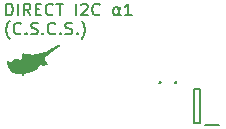
<source format=gbr>
%TF.GenerationSoftware,KiCad,Pcbnew,7.0.5*%
%TF.CreationDate,2023-06-07T18:50:11+03:00*%
%TF.ProjectId,DIRECT_I2C__1,44495245-4354-45f4-9932-435fb1312e6b,rev?*%
%TF.SameCoordinates,Original*%
%TF.FileFunction,Legend,Top*%
%TF.FilePolarity,Positive*%
%FSLAX46Y46*%
G04 Gerber Fmt 4.6, Leading zero omitted, Abs format (unit mm)*
G04 Created by KiCad (PCBNEW 7.0.5) date 2023-06-07 18:50:11*
%MOMM*%
%LPD*%
G01*
G04 APERTURE LIST*
%ADD10C,0.150000*%
%ADD11C,0.254000*%
%ADD12C,0.200000*%
G04 APERTURE END LIST*
D10*
X105576779Y-80289819D02*
X105576779Y-79289819D01*
X105576779Y-79289819D02*
X105814874Y-79289819D01*
X105814874Y-79289819D02*
X105957731Y-79337438D01*
X105957731Y-79337438D02*
X106052969Y-79432676D01*
X106052969Y-79432676D02*
X106100588Y-79527914D01*
X106100588Y-79527914D02*
X106148207Y-79718390D01*
X106148207Y-79718390D02*
X106148207Y-79861247D01*
X106148207Y-79861247D02*
X106100588Y-80051723D01*
X106100588Y-80051723D02*
X106052969Y-80146961D01*
X106052969Y-80146961D02*
X105957731Y-80242200D01*
X105957731Y-80242200D02*
X105814874Y-80289819D01*
X105814874Y-80289819D02*
X105576779Y-80289819D01*
X106576779Y-80289819D02*
X106576779Y-79289819D01*
X107624397Y-80289819D02*
X107291064Y-79813628D01*
X107052969Y-80289819D02*
X107052969Y-79289819D01*
X107052969Y-79289819D02*
X107433921Y-79289819D01*
X107433921Y-79289819D02*
X107529159Y-79337438D01*
X107529159Y-79337438D02*
X107576778Y-79385057D01*
X107576778Y-79385057D02*
X107624397Y-79480295D01*
X107624397Y-79480295D02*
X107624397Y-79623152D01*
X107624397Y-79623152D02*
X107576778Y-79718390D01*
X107576778Y-79718390D02*
X107529159Y-79766009D01*
X107529159Y-79766009D02*
X107433921Y-79813628D01*
X107433921Y-79813628D02*
X107052969Y-79813628D01*
X108052969Y-79766009D02*
X108386302Y-79766009D01*
X108529159Y-80289819D02*
X108052969Y-80289819D01*
X108052969Y-80289819D02*
X108052969Y-79289819D01*
X108052969Y-79289819D02*
X108529159Y-79289819D01*
X109529159Y-80194580D02*
X109481540Y-80242200D01*
X109481540Y-80242200D02*
X109338683Y-80289819D01*
X109338683Y-80289819D02*
X109243445Y-80289819D01*
X109243445Y-80289819D02*
X109100588Y-80242200D01*
X109100588Y-80242200D02*
X109005350Y-80146961D01*
X109005350Y-80146961D02*
X108957731Y-80051723D01*
X108957731Y-80051723D02*
X108910112Y-79861247D01*
X108910112Y-79861247D02*
X108910112Y-79718390D01*
X108910112Y-79718390D02*
X108957731Y-79527914D01*
X108957731Y-79527914D02*
X109005350Y-79432676D01*
X109005350Y-79432676D02*
X109100588Y-79337438D01*
X109100588Y-79337438D02*
X109243445Y-79289819D01*
X109243445Y-79289819D02*
X109338683Y-79289819D01*
X109338683Y-79289819D02*
X109481540Y-79337438D01*
X109481540Y-79337438D02*
X109529159Y-79385057D01*
X109814874Y-79289819D02*
X110386302Y-79289819D01*
X110100588Y-80289819D02*
X110100588Y-79289819D01*
X111481541Y-80289819D02*
X111481541Y-79289819D01*
X111910112Y-79385057D02*
X111957731Y-79337438D01*
X111957731Y-79337438D02*
X112052969Y-79289819D01*
X112052969Y-79289819D02*
X112291064Y-79289819D01*
X112291064Y-79289819D02*
X112386302Y-79337438D01*
X112386302Y-79337438D02*
X112433921Y-79385057D01*
X112433921Y-79385057D02*
X112481540Y-79480295D01*
X112481540Y-79480295D02*
X112481540Y-79575533D01*
X112481540Y-79575533D02*
X112433921Y-79718390D01*
X112433921Y-79718390D02*
X111862493Y-80289819D01*
X111862493Y-80289819D02*
X112481540Y-80289819D01*
X113481540Y-80194580D02*
X113433921Y-80242200D01*
X113433921Y-80242200D02*
X113291064Y-80289819D01*
X113291064Y-80289819D02*
X113195826Y-80289819D01*
X113195826Y-80289819D02*
X113052969Y-80242200D01*
X113052969Y-80242200D02*
X112957731Y-80146961D01*
X112957731Y-80146961D02*
X112910112Y-80051723D01*
X112910112Y-80051723D02*
X112862493Y-79861247D01*
X112862493Y-79861247D02*
X112862493Y-79718390D01*
X112862493Y-79718390D02*
X112910112Y-79527914D01*
X112910112Y-79527914D02*
X112957731Y-79432676D01*
X112957731Y-79432676D02*
X113052969Y-79337438D01*
X113052969Y-79337438D02*
X113195826Y-79289819D01*
X113195826Y-79289819D02*
X113291064Y-79289819D01*
X113291064Y-79289819D02*
X113433921Y-79337438D01*
X113433921Y-79337438D02*
X113481540Y-79385057D01*
X115243445Y-79623152D02*
X115100588Y-80099342D01*
X115100588Y-80099342D02*
X115052969Y-80194580D01*
X115052969Y-80194580D02*
X115005350Y-80242200D01*
X115005350Y-80242200D02*
X114910112Y-80289819D01*
X114910112Y-80289819D02*
X114814874Y-80289819D01*
X114814874Y-80289819D02*
X114719636Y-80242200D01*
X114719636Y-80242200D02*
X114672017Y-80194580D01*
X114672017Y-80194580D02*
X114624398Y-80051723D01*
X114624398Y-80051723D02*
X114624398Y-79861247D01*
X114624398Y-79861247D02*
X114672017Y-79718390D01*
X114672017Y-79718390D02*
X114719636Y-79670771D01*
X114719636Y-79670771D02*
X114814874Y-79623152D01*
X114814874Y-79623152D02*
X114910112Y-79623152D01*
X114910112Y-79623152D02*
X115005350Y-79670771D01*
X115005350Y-79670771D02*
X115052969Y-79718390D01*
X115052969Y-79718390D02*
X115100588Y-79813628D01*
X115100588Y-79813628D02*
X115148207Y-80146961D01*
X115148207Y-80146961D02*
X115195826Y-80242200D01*
X115195826Y-80242200D02*
X115291064Y-80289819D01*
X116195826Y-80289819D02*
X115624398Y-80289819D01*
X115910112Y-80289819D02*
X115910112Y-79289819D01*
X115910112Y-79289819D02*
X115814874Y-79432676D01*
X115814874Y-79432676D02*
X115719636Y-79527914D01*
X115719636Y-79527914D02*
X115624398Y-79575533D01*
X105862493Y-82280771D02*
X105814874Y-82233152D01*
X105814874Y-82233152D02*
X105719636Y-82090295D01*
X105719636Y-82090295D02*
X105672017Y-81995057D01*
X105672017Y-81995057D02*
X105624398Y-81852200D01*
X105624398Y-81852200D02*
X105576779Y-81614104D01*
X105576779Y-81614104D02*
X105576779Y-81423628D01*
X105576779Y-81423628D02*
X105624398Y-81185533D01*
X105624398Y-81185533D02*
X105672017Y-81042676D01*
X105672017Y-81042676D02*
X105719636Y-80947438D01*
X105719636Y-80947438D02*
X105814874Y-80804580D01*
X105814874Y-80804580D02*
X105862493Y-80756961D01*
X106814874Y-81804580D02*
X106767255Y-81852200D01*
X106767255Y-81852200D02*
X106624398Y-81899819D01*
X106624398Y-81899819D02*
X106529160Y-81899819D01*
X106529160Y-81899819D02*
X106386303Y-81852200D01*
X106386303Y-81852200D02*
X106291065Y-81756961D01*
X106291065Y-81756961D02*
X106243446Y-81661723D01*
X106243446Y-81661723D02*
X106195827Y-81471247D01*
X106195827Y-81471247D02*
X106195827Y-81328390D01*
X106195827Y-81328390D02*
X106243446Y-81137914D01*
X106243446Y-81137914D02*
X106291065Y-81042676D01*
X106291065Y-81042676D02*
X106386303Y-80947438D01*
X106386303Y-80947438D02*
X106529160Y-80899819D01*
X106529160Y-80899819D02*
X106624398Y-80899819D01*
X106624398Y-80899819D02*
X106767255Y-80947438D01*
X106767255Y-80947438D02*
X106814874Y-80995057D01*
X107243446Y-81804580D02*
X107291065Y-81852200D01*
X107291065Y-81852200D02*
X107243446Y-81899819D01*
X107243446Y-81899819D02*
X107195827Y-81852200D01*
X107195827Y-81852200D02*
X107243446Y-81804580D01*
X107243446Y-81804580D02*
X107243446Y-81899819D01*
X107672017Y-81852200D02*
X107814874Y-81899819D01*
X107814874Y-81899819D02*
X108052969Y-81899819D01*
X108052969Y-81899819D02*
X108148207Y-81852200D01*
X108148207Y-81852200D02*
X108195826Y-81804580D01*
X108195826Y-81804580D02*
X108243445Y-81709342D01*
X108243445Y-81709342D02*
X108243445Y-81614104D01*
X108243445Y-81614104D02*
X108195826Y-81518866D01*
X108195826Y-81518866D02*
X108148207Y-81471247D01*
X108148207Y-81471247D02*
X108052969Y-81423628D01*
X108052969Y-81423628D02*
X107862493Y-81376009D01*
X107862493Y-81376009D02*
X107767255Y-81328390D01*
X107767255Y-81328390D02*
X107719636Y-81280771D01*
X107719636Y-81280771D02*
X107672017Y-81185533D01*
X107672017Y-81185533D02*
X107672017Y-81090295D01*
X107672017Y-81090295D02*
X107719636Y-80995057D01*
X107719636Y-80995057D02*
X107767255Y-80947438D01*
X107767255Y-80947438D02*
X107862493Y-80899819D01*
X107862493Y-80899819D02*
X108100588Y-80899819D01*
X108100588Y-80899819D02*
X108243445Y-80947438D01*
X108672017Y-81804580D02*
X108719636Y-81852200D01*
X108719636Y-81852200D02*
X108672017Y-81899819D01*
X108672017Y-81899819D02*
X108624398Y-81852200D01*
X108624398Y-81852200D02*
X108672017Y-81804580D01*
X108672017Y-81804580D02*
X108672017Y-81899819D01*
X109719635Y-81804580D02*
X109672016Y-81852200D01*
X109672016Y-81852200D02*
X109529159Y-81899819D01*
X109529159Y-81899819D02*
X109433921Y-81899819D01*
X109433921Y-81899819D02*
X109291064Y-81852200D01*
X109291064Y-81852200D02*
X109195826Y-81756961D01*
X109195826Y-81756961D02*
X109148207Y-81661723D01*
X109148207Y-81661723D02*
X109100588Y-81471247D01*
X109100588Y-81471247D02*
X109100588Y-81328390D01*
X109100588Y-81328390D02*
X109148207Y-81137914D01*
X109148207Y-81137914D02*
X109195826Y-81042676D01*
X109195826Y-81042676D02*
X109291064Y-80947438D01*
X109291064Y-80947438D02*
X109433921Y-80899819D01*
X109433921Y-80899819D02*
X109529159Y-80899819D01*
X109529159Y-80899819D02*
X109672016Y-80947438D01*
X109672016Y-80947438D02*
X109719635Y-80995057D01*
X110148207Y-81804580D02*
X110195826Y-81852200D01*
X110195826Y-81852200D02*
X110148207Y-81899819D01*
X110148207Y-81899819D02*
X110100588Y-81852200D01*
X110100588Y-81852200D02*
X110148207Y-81804580D01*
X110148207Y-81804580D02*
X110148207Y-81899819D01*
X110576778Y-81852200D02*
X110719635Y-81899819D01*
X110719635Y-81899819D02*
X110957730Y-81899819D01*
X110957730Y-81899819D02*
X111052968Y-81852200D01*
X111052968Y-81852200D02*
X111100587Y-81804580D01*
X111100587Y-81804580D02*
X111148206Y-81709342D01*
X111148206Y-81709342D02*
X111148206Y-81614104D01*
X111148206Y-81614104D02*
X111100587Y-81518866D01*
X111100587Y-81518866D02*
X111052968Y-81471247D01*
X111052968Y-81471247D02*
X110957730Y-81423628D01*
X110957730Y-81423628D02*
X110767254Y-81376009D01*
X110767254Y-81376009D02*
X110672016Y-81328390D01*
X110672016Y-81328390D02*
X110624397Y-81280771D01*
X110624397Y-81280771D02*
X110576778Y-81185533D01*
X110576778Y-81185533D02*
X110576778Y-81090295D01*
X110576778Y-81090295D02*
X110624397Y-80995057D01*
X110624397Y-80995057D02*
X110672016Y-80947438D01*
X110672016Y-80947438D02*
X110767254Y-80899819D01*
X110767254Y-80899819D02*
X111005349Y-80899819D01*
X111005349Y-80899819D02*
X111148206Y-80947438D01*
X111576778Y-81804580D02*
X111624397Y-81852200D01*
X111624397Y-81852200D02*
X111576778Y-81899819D01*
X111576778Y-81899819D02*
X111529159Y-81852200D01*
X111529159Y-81852200D02*
X111576778Y-81804580D01*
X111576778Y-81804580D02*
X111576778Y-81899819D01*
X111957730Y-82280771D02*
X112005349Y-82233152D01*
X112005349Y-82233152D02*
X112100587Y-82090295D01*
X112100587Y-82090295D02*
X112148206Y-81995057D01*
X112148206Y-81995057D02*
X112195825Y-81852200D01*
X112195825Y-81852200D02*
X112243444Y-81614104D01*
X112243444Y-81614104D02*
X112243444Y-81423628D01*
X112243444Y-81423628D02*
X112195825Y-81185533D01*
X112195825Y-81185533D02*
X112148206Y-81042676D01*
X112148206Y-81042676D02*
X112100587Y-80947438D01*
X112100587Y-80947438D02*
X112005349Y-80804580D01*
X112005349Y-80804580D02*
X111957730Y-80756961D01*
%TO.C,G\u002A\u002A\u002A*%
G36*
X110133641Y-82816680D02*
G01*
X110102544Y-82873234D01*
X110039721Y-82936132D01*
X109980315Y-82976068D01*
X109880051Y-83039567D01*
X109753567Y-83129932D01*
X109647705Y-83212091D01*
X109533981Y-83299368D01*
X109431585Y-83369316D01*
X109366116Y-83405170D01*
X109290948Y-83459685D01*
X109227872Y-83544687D01*
X109142157Y-83643527D01*
X109024019Y-83712095D01*
X108895218Y-83779319D01*
X108834882Y-83857602D01*
X108837337Y-83959830D01*
X108873772Y-84053357D01*
X108944765Y-84177018D01*
X109035058Y-84304652D01*
X109060581Y-84335823D01*
X109135563Y-84439894D01*
X109150812Y-84505282D01*
X109106847Y-84529454D01*
X109023630Y-84515796D01*
X108884534Y-84510656D01*
X108820821Y-84534541D01*
X108740069Y-84564157D01*
X108663820Y-84551247D01*
X108615214Y-84529127D01*
X108529204Y-84495206D01*
X108458437Y-84502157D01*
X108393377Y-84531946D01*
X108316168Y-84589088D01*
X108301758Y-84642042D01*
X108296694Y-84706055D01*
X108259055Y-84788343D01*
X108206628Y-84858380D01*
X108159734Y-84885767D01*
X108108481Y-84901359D01*
X108015167Y-84941533D01*
X107936475Y-84979470D01*
X107822210Y-85033766D01*
X107728181Y-85073042D01*
X107690068Y-85085140D01*
X107603168Y-85110488D01*
X107564710Y-85125422D01*
X107478039Y-85140641D01*
X107403786Y-85135498D01*
X107310452Y-85138234D01*
X107208334Y-85169161D01*
X107125057Y-85216627D01*
X107088285Y-85268556D01*
X107088080Y-85342698D01*
X107090616Y-85377081D01*
X107071944Y-85428469D01*
X107005812Y-85441971D01*
X106930932Y-85421309D01*
X106882020Y-85347550D01*
X106873950Y-85325912D01*
X106833492Y-85209854D01*
X106610398Y-85235094D01*
X106444675Y-85244208D01*
X106327512Y-85225827D01*
X106285696Y-85208462D01*
X106182940Y-85157002D01*
X106063218Y-85098331D01*
X106045815Y-85089919D01*
X105935229Y-85013148D01*
X105870547Y-84919754D01*
X105863251Y-84834338D01*
X105847249Y-84786002D01*
X105800168Y-84723097D01*
X105753002Y-84642208D01*
X105708971Y-84518656D01*
X105674580Y-84379356D01*
X105656335Y-84251223D01*
X105660740Y-84161169D01*
X105662833Y-84154883D01*
X105685876Y-84120854D01*
X105724552Y-84135584D01*
X105770292Y-84175687D01*
X105855520Y-84233091D01*
X105933494Y-84255402D01*
X106007996Y-84226323D01*
X106090812Y-84155054D01*
X106156711Y-84065544D01*
X106173513Y-84027562D01*
X106214760Y-83997928D01*
X106303456Y-83968811D01*
X106347669Y-83959359D01*
X106473105Y-83947316D01*
X106572172Y-83971060D01*
X106629613Y-84001084D01*
X106750308Y-84072296D01*
X106851260Y-83952322D01*
X106914014Y-83865020D01*
X106938855Y-83781096D01*
X106936013Y-83664043D01*
X106935019Y-83653422D01*
X106930767Y-83524434D01*
X106952217Y-83461237D01*
X107003517Y-83458660D01*
X107063660Y-83493108D01*
X107158092Y-83533104D01*
X107273787Y-83550827D01*
X107279397Y-83550876D01*
X107391671Y-83557918D01*
X107537155Y-83576004D01*
X107632679Y-83591852D01*
X107791039Y-83607238D01*
X107970653Y-83603064D01*
X108149134Y-83582207D01*
X108304096Y-83547543D01*
X108413152Y-83501946D01*
X108430365Y-83489393D01*
X108506300Y-83455338D01*
X108611857Y-83439739D01*
X108620508Y-83439635D01*
X108750445Y-83423211D01*
X108900249Y-83379857D01*
X109050250Y-83318454D01*
X109180779Y-83247884D01*
X109272167Y-83177026D01*
X109302396Y-83131764D01*
X109342102Y-83083629D01*
X109375155Y-83083071D01*
X109433355Y-83080756D01*
X109448154Y-83067213D01*
X109500341Y-83035633D01*
X109529853Y-83031752D01*
X109602471Y-83008195D01*
X109659027Y-82968954D01*
X109764025Y-82901872D01*
X109932508Y-82830156D01*
X110071988Y-82782990D01*
X110125846Y-82781566D01*
X110133641Y-82816680D01*
G37*
D11*
%TO.C,R1*%
X118610000Y-85982500D02*
G75*
G03*
X118610000Y-85982500I-50000J0D01*
G01*
%TO.C,R2*%
X119930000Y-85995000D02*
G75*
G03*
X119930000Y-85995000I-50000J0D01*
G01*
D12*
%TO.C,D1*%
X123615000Y-89550000D02*
X122365000Y-89550000D01*
X122015000Y-89375000D02*
X121465000Y-89375000D01*
X122015000Y-86525000D02*
X122015000Y-89375000D01*
X121465000Y-89375000D02*
X121465000Y-86525000D01*
X121465000Y-86525000D02*
X122015000Y-86525000D01*
%TD*%
M02*

</source>
